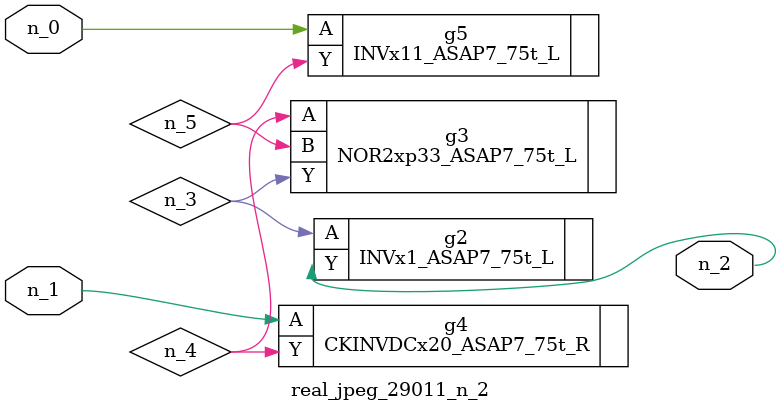
<source format=v>
module real_jpeg_29011_n_2 (n_1, n_0, n_2);

input n_1;
input n_0;

output n_2;

wire n_5;
wire n_4;
wire n_3;

INVx11_ASAP7_75t_L g5 ( 
.A(n_0),
.Y(n_5)
);

CKINVDCx20_ASAP7_75t_R g4 ( 
.A(n_1),
.Y(n_4)
);

INVx1_ASAP7_75t_L g2 ( 
.A(n_3),
.Y(n_2)
);

NOR2xp33_ASAP7_75t_L g3 ( 
.A(n_4),
.B(n_5),
.Y(n_3)
);


endmodule
</source>
